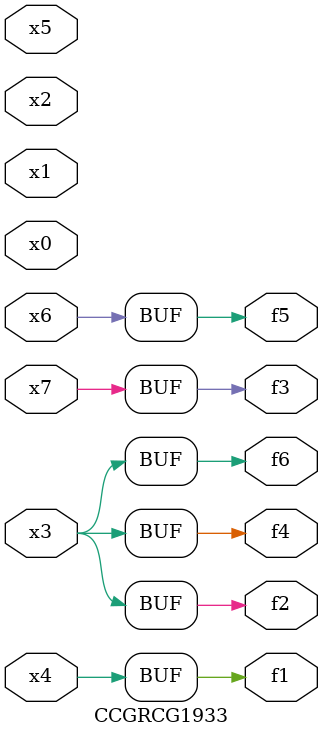
<source format=v>
module CCGRCG1933(
	input x0, x1, x2, x3, x4, x5, x6, x7,
	output f1, f2, f3, f4, f5, f6
);
	assign f1 = x4;
	assign f2 = x3;
	assign f3 = x7;
	assign f4 = x3;
	assign f5 = x6;
	assign f6 = x3;
endmodule

</source>
